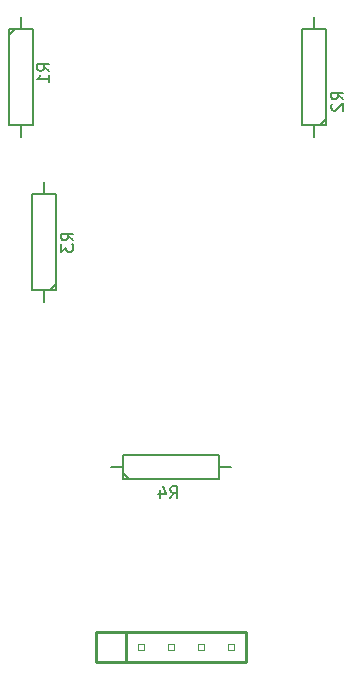
<source format=gbo>
G04 #@! TF.FileFunction,Legend,Bot*
%FSLAX46Y46*%
G04 Gerber Fmt 4.6, Leading zero omitted, Abs format (unit mm)*
G04 Created by KiCad (PCBNEW 4.0.1-stable) date 27/05/2016 22:40:19*
%MOMM*%
G01*
G04 APERTURE LIST*
%ADD10C,0.100000*%
%ADD11C,0.066040*%
%ADD12C,0.254000*%
%ADD13C,0.150000*%
G04 APERTURE END LIST*
D10*
D11*
X108966000Y-115951000D02*
X109474000Y-115951000D01*
X109474000Y-115951000D02*
X109474000Y-116459000D01*
X108966000Y-116459000D02*
X109474000Y-116459000D01*
X108966000Y-115951000D02*
X108966000Y-116459000D01*
X106426000Y-115951000D02*
X106934000Y-115951000D01*
X106934000Y-115951000D02*
X106934000Y-116459000D01*
X106426000Y-116459000D02*
X106934000Y-116459000D01*
X106426000Y-115951000D02*
X106426000Y-116459000D01*
X103886000Y-115951000D02*
X104394000Y-115951000D01*
X104394000Y-115951000D02*
X104394000Y-116459000D01*
X103886000Y-116459000D02*
X104394000Y-116459000D01*
X103886000Y-115951000D02*
X103886000Y-116459000D01*
X111506000Y-115951000D02*
X112014000Y-115951000D01*
X112014000Y-115951000D02*
X112014000Y-116459000D01*
X111506000Y-116459000D02*
X112014000Y-116459000D01*
X111506000Y-115951000D02*
X111506000Y-116459000D01*
D12*
X100330000Y-117475000D02*
X102870000Y-117475000D01*
X102870000Y-117475000D02*
X113030000Y-117475000D01*
X113030000Y-114935000D02*
X100330000Y-114935000D01*
X100330000Y-117475000D02*
X100330000Y-114935000D01*
X113030000Y-117475000D02*
X113030000Y-114935000D01*
X102870000Y-117475000D02*
X102870000Y-114935000D01*
D13*
X93980000Y-62865000D02*
X93980000Y-63881000D01*
X93980000Y-63881000D02*
X92964000Y-63881000D01*
X92964000Y-63881000D02*
X92964000Y-72009000D01*
X92964000Y-72009000D02*
X94996000Y-72009000D01*
X94996000Y-72009000D02*
X94996000Y-63881000D01*
X94996000Y-63881000D02*
X93980000Y-63881000D01*
X93472000Y-63881000D02*
X92964000Y-64389000D01*
X93980000Y-73025000D02*
X93980000Y-72009000D01*
X118745000Y-73025000D02*
X118745000Y-72009000D01*
X118745000Y-72009000D02*
X119761000Y-72009000D01*
X119761000Y-72009000D02*
X119761000Y-63881000D01*
X119761000Y-63881000D02*
X117729000Y-63881000D01*
X117729000Y-63881000D02*
X117729000Y-72009000D01*
X117729000Y-72009000D02*
X118745000Y-72009000D01*
X119253000Y-72009000D02*
X119761000Y-71501000D01*
X118745000Y-62865000D02*
X118745000Y-63881000D01*
X95885000Y-86995000D02*
X95885000Y-85979000D01*
X95885000Y-85979000D02*
X96901000Y-85979000D01*
X96901000Y-85979000D02*
X96901000Y-77851000D01*
X96901000Y-77851000D02*
X94869000Y-77851000D01*
X94869000Y-77851000D02*
X94869000Y-85979000D01*
X94869000Y-85979000D02*
X95885000Y-85979000D01*
X96393000Y-85979000D02*
X96901000Y-85471000D01*
X95885000Y-76835000D02*
X95885000Y-77851000D01*
X101600000Y-100965000D02*
X102616000Y-100965000D01*
X102616000Y-100965000D02*
X102616000Y-101981000D01*
X102616000Y-101981000D02*
X110744000Y-101981000D01*
X110744000Y-101981000D02*
X110744000Y-99949000D01*
X110744000Y-99949000D02*
X102616000Y-99949000D01*
X102616000Y-99949000D02*
X102616000Y-100965000D01*
X102616000Y-101473000D02*
X103124000Y-101981000D01*
X111760000Y-100965000D02*
X110744000Y-100965000D01*
X96337381Y-67397334D02*
X95861190Y-67064000D01*
X96337381Y-66825905D02*
X95337381Y-66825905D01*
X95337381Y-67206858D01*
X95385000Y-67302096D01*
X95432619Y-67349715D01*
X95527857Y-67397334D01*
X95670714Y-67397334D01*
X95765952Y-67349715D01*
X95813571Y-67302096D01*
X95861190Y-67206858D01*
X95861190Y-66825905D01*
X96337381Y-68349715D02*
X96337381Y-67778286D01*
X96337381Y-68064000D02*
X95337381Y-68064000D01*
X95480238Y-67968762D01*
X95575476Y-67873524D01*
X95623095Y-67778286D01*
X121229381Y-69810334D02*
X120753190Y-69477000D01*
X121229381Y-69238905D02*
X120229381Y-69238905D01*
X120229381Y-69619858D01*
X120277000Y-69715096D01*
X120324619Y-69762715D01*
X120419857Y-69810334D01*
X120562714Y-69810334D01*
X120657952Y-69762715D01*
X120705571Y-69715096D01*
X120753190Y-69619858D01*
X120753190Y-69238905D01*
X120324619Y-70191286D02*
X120277000Y-70238905D01*
X120229381Y-70334143D01*
X120229381Y-70572239D01*
X120277000Y-70667477D01*
X120324619Y-70715096D01*
X120419857Y-70762715D01*
X120515095Y-70762715D01*
X120657952Y-70715096D01*
X121229381Y-70143667D01*
X121229381Y-70762715D01*
X98369381Y-81748334D02*
X97893190Y-81415000D01*
X98369381Y-81176905D02*
X97369381Y-81176905D01*
X97369381Y-81557858D01*
X97417000Y-81653096D01*
X97464619Y-81700715D01*
X97559857Y-81748334D01*
X97702714Y-81748334D01*
X97797952Y-81700715D01*
X97845571Y-81653096D01*
X97893190Y-81557858D01*
X97893190Y-81176905D01*
X97369381Y-82081667D02*
X97369381Y-82700715D01*
X97750333Y-82367381D01*
X97750333Y-82510239D01*
X97797952Y-82605477D01*
X97845571Y-82653096D01*
X97940810Y-82700715D01*
X98178905Y-82700715D01*
X98274143Y-82653096D01*
X98321762Y-82605477D01*
X98369381Y-82510239D01*
X98369381Y-82224524D01*
X98321762Y-82129286D01*
X98274143Y-82081667D01*
X106592666Y-103576381D02*
X106926000Y-103100190D01*
X107164095Y-103576381D02*
X107164095Y-102576381D01*
X106783142Y-102576381D01*
X106687904Y-102624000D01*
X106640285Y-102671619D01*
X106592666Y-102766857D01*
X106592666Y-102909714D01*
X106640285Y-103004952D01*
X106687904Y-103052571D01*
X106783142Y-103100190D01*
X107164095Y-103100190D01*
X105735523Y-102909714D02*
X105735523Y-103576381D01*
X105973619Y-102528762D02*
X106211714Y-103243048D01*
X105592666Y-103243048D01*
M02*

</source>
